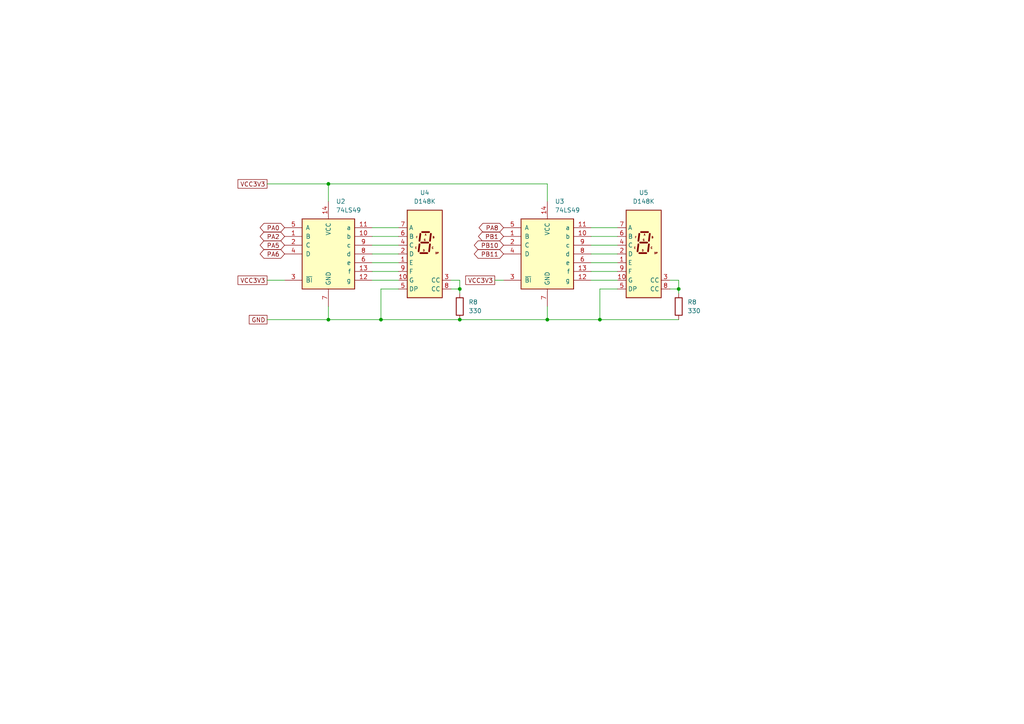
<source format=kicad_sch>
(kicad_sch (version 20230121) (generator eeschema)
  (paper "A4")
  (lib_symbols
    (symbol "74xx:74LS49" (pin_names (offset 1.016))
      (property "Reference" "U" (at -7.62 11.43 0))
      (property "Value" "74LS49" (at -7.62 -11.43 0))
      (symbol "74LS49_1_0"
        (pin input line (at -12.7 5.08 0) (length 5.08) (name "B") (number "1"))
        (pin open_collector line (at 12.7 5.08 180) (length 5.08) (name "b") (number "10"))
        (pin open_collector line (at 12.7 7.62 180) (length 5.08) (name "a") (number "11"))
        (pin open_collector line (at 12.7 -7.62 180) (length 5.08) (name "g") (number "12"))
        (pin open_collector line (at 12.7 -5.08 180) (length 5.08) (name "f") (number "13"))
        (pin power_in line (at 0 15.24 270) (length 5.08) (name "VCC") (number "14"))
        (pin input line (at -12.7 2.54 0) (length 5.08) (name "C") (number "2"))
        (pin input line (at -12.7 -7.62 0) (length 5.08) (name "~{BI}") (number "3"))
        (pin input line (at -12.7 0 0) (length 5.08) (name "D") (number "4"))
        (pin input line (at -12.7 7.62 0) (length 5.08) (name "A") (number "5"))
        (pin open_collector line (at 12.7 -2.54 180) (length 5.08) (name "e") (number "6"))
        (pin power_in line (at 0 -15.24 90) (length 5.08) (name "GND") (number "7"))
        (pin open_collector line (at 12.7 0 180) (length 5.08) (name "d") (number "8"))
        (pin open_collector line (at 12.7 2.54 180) (length 5.08) (name "c") (number "9"))
      )
      (symbol "74LS49_1_1"
        (rectangle (start -7.62 10.16) (end 7.62 -10.16) (stroke (width 0.254)) (fill (type background)))
      )
    )
    (symbol "Device:R" (pin_numbers hide) (pin_names (offset 0))
      (property "Reference" "R" (at 2.032 0 90))
      (property "Value" "R" (at 0 0 90))
      (symbol "R_0_1"
        (rectangle (start -1.016 -2.54) (end 1.016 2.54) (stroke (width 0.254)))
      )
      (symbol "R_1_1"
        (pin passive line (at 0 3.81 270) (length 1.27) (name "~") (number "1"))
        (pin passive line (at 0 -3.81 90) (length 1.27) (name "~") (number "2"))
      )
    )
    (symbol "Display_Character:D148K"
      (property "Reference" "U" (at -2.54 13.97 0))
      (property "Value" "D148K" (at 1.27 13.97 0))
      (symbol "D148K_0_0"
        (text "A" (at 0.254 5.588 0) (effects (font (size 0.508 0.508))))
        (text "B" (at 2.54 4.826 0) (effects (font (size 0.508 0.508))))
        (text "C" (at 2.286 1.778 0) (effects (font (size 0.508 0.508))))
        (text "D" (at -0.254 1.016 0) (effects (font (size 0.508 0.508))))
        (text "DP" (at 3.556 0.254 0) (effects (font (size 0.508 0.508))))
        (text "E" (at -2.54 1.778 0) (effects (font (size 0.508 0.508))))
        (text "F" (at -2.286 4.826 0) (effects (font (size 0.508 0.508))))
        (text "G" (at 0 4.064 0) (effects (font (size 0.508 0.508))))
      )
      (symbol "D148K_0_1"
        (rectangle (start -5.08 12.7) (end 5.08 -12.7) (stroke (width 0.254)) (fill (type background)))
        (polyline (pts (xy -1.524 2.794) (xy -1.778 0.762)) (stroke (width 0.508)))
        (polyline (pts (xy -1.27 0.254) (xy 0.762 0.254)) (stroke (width 0.508)))
        (polyline (pts (xy -1.27 5.842) (xy -1.524 3.81)) (stroke (width 0.508)))
        (polyline (pts (xy -1.016 3.302) (xy 1.016 3.302)) (stroke (width 0.508)))
        (polyline (pts (xy -0.762 6.35) (xy 1.27 6.35)) (stroke (width 0.508)))
        (polyline (pts (xy 1.524 2.794) (xy 1.27 0.762)) (stroke (width 0.508)))
        (polyline (pts (xy 1.778 5.842) (xy 1.524 3.81)) (stroke (width 0.508)))
        (polyline (pts (xy 2.54 0.254) (xy 2.54 0.254)) (stroke (width 0.508)))
      )
      (symbol "D148K_1_1"
        (pin input line (at -7.62 -2.54 0) (length 2.54) (name "E") (number "1"))
        (pin input line (at -7.62 -7.62 0) (length 2.54) (name "G") (number "10"))
        (pin input line (at -7.62 0 0) (length 2.54) (name "D") (number "2"))
        (pin input line (at 7.62 -7.62 180) (length 2.54) (name "CC") (number "3"))
        (pin input line (at -7.62 2.54 0) (length 2.54) (name "C") (number "4"))
        (pin input line (at -7.62 -10.16 0) (length 2.54) (name "DP") (number "5"))
        (pin input line (at -7.62 5.08 0) (length 2.54) (name "B") (number "6"))
        (pin input line (at -7.62 7.62 0) (length 2.54) (name "A") (number "7"))
        (pin input line (at 7.62 -10.16 180) (length 2.54) (name "CC") (number "8"))
        (pin input line (at -7.62 -5.08 0) (length 2.54) (name "F") (number "9"))
      )
    )
  )
  (junction (at 95.25 92.71))
  (junction (at 110.49 92.71))
  (junction (at 133.35 92.71))
  (junction (at 173.99 92.71))
  (junction (at 95.25 53.34))
  (junction (at 158.75 92.71))
  (junction (at 133.35 83.82))
  (junction (at 196.85 83.82))
  (wire (pts (xy 194.31 81.28) (xy 196.85 81.28)))
  (wire (pts (xy 95.25 92.71) (xy 110.49 92.71)))
  (wire (pts (xy 110.49 92.71) (xy 133.35 92.71)))
  (wire (pts (xy 107.95 78.74) (xy 115.57 78.74)))
  (wire (pts (xy 171.45 71.12) (xy 179.07 71.12)))
  (wire (pts (xy 107.95 66.04) (xy 115.57 66.04)))
  (wire (pts (xy 158.75 88.9) (xy 158.75 92.71)))
  (wire (pts (xy 95.25 53.34) (xy 95.25 58.42)))
  (wire (pts (xy 171.45 68.58) (xy 179.07 68.58)))
  (wire (pts (xy 179.07 83.82) (xy 173.99 83.82)))
  (wire (pts (xy 133.35 81.28) (xy 133.35 83.82)))
  (wire (pts (xy 133.35 83.82) (xy 133.35 85.09)))
  (wire (pts (xy 158.75 92.71) (xy 173.99 92.71)))
  (wire (pts (xy 196.85 81.28) (xy 196.85 83.82)))
  (wire (pts (xy 171.45 81.28) (xy 179.07 81.28)))
  (wire (pts (xy 171.45 76.2) (xy 179.07 76.2)))
  (wire (pts (xy 107.95 73.66) (xy 115.57 73.66)))
  (wire (pts (xy 171.45 66.04) (xy 179.07 66.04)))
  (wire (pts (xy 173.99 83.82) (xy 173.99 92.71)))
  (wire (pts (xy 196.85 92.71) (xy 173.99 92.71)))
  (wire (pts (xy 107.95 76.2) (xy 115.57 76.2)))
  (wire (pts (xy 107.95 81.28) (xy 115.57 81.28)))
  (wire (pts (xy 130.81 83.82) (xy 133.35 83.82)))
  (wire (pts (xy 107.95 68.58) (xy 115.57 68.58)))
  (wire (pts (xy 194.31 83.82) (xy 196.85 83.82)))
  (wire (pts (xy 110.49 83.82) (xy 110.49 92.71)))
  (wire (pts (xy 158.75 58.42) (xy 158.75 53.34)))
  (wire (pts (xy 130.81 81.28) (xy 133.35 81.28)))
  (wire (pts (xy 196.85 83.82) (xy 196.85 85.09)))
  (wire (pts (xy 95.25 88.9) (xy 95.25 92.71)))
  (wire (pts (xy 107.95 71.12) (xy 115.57 71.12)))
  (wire (pts (xy 115.57 83.82) (xy 110.49 83.82)))
  (wire (pts (xy 143.51 81.28) (xy 146.05 81.28)))
  (wire (pts (xy 171.45 78.74) (xy 179.07 78.74)))
  (wire (pts (xy 95.25 92.71) (xy 77.47 92.71)))
  (wire (pts (xy 171.45 73.66) (xy 179.07 73.66)))
  (wire (pts (xy 133.35 92.71) (xy 158.75 92.71)))
  (wire (pts (xy 77.47 53.34) (xy 95.25 53.34)))
  (wire (pts (xy 158.75 53.34) (xy 95.25 53.34)))
  (wire (pts (xy 77.47 81.28) (xy 82.55 81.28)))
  (global_label "PA8" (shape bidirectional) (at 146.05 66.04 180) (property "Intersheetrefs" "${INTERSHEET_REFS}" (effects hide)))
  (global_label "VCC3V3" (shape passive) (at 143.51 81.28 180) (property "Intersheetrefs" "${INTERSHEET_REFS}" (effects hide)))
  (global_label "PA6" (shape bidirectional) (at 82.55 73.66 180) (property "Intersheetrefs" "${INTERSHEET_REFS}" (effects hide)))
  (global_label "PB10" (shape bidirectional) (at 146.05 71.12 180) (property "Intersheetrefs" "${INTERSHEET_REFS}" (effects hide)))
  (global_label "PB1" (shape bidirectional) (at 146.05 68.58 180) (property "Intersheetrefs" "${INTERSHEET_REFS}" (effects hide)))
  (global_label "VCC3V3" (shape passive) (at 77.47 81.28 180) (property "Intersheetrefs" "${INTERSHEET_REFS}" (effects hide)))
  (global_label "GND" (shape passive) (at 77.47 92.71 180) (property "Intersheetrefs" "${INTERSHEET_REFS}" (effects hide)))
  (global_label "PA2" (shape bidirectional) (at 82.55 68.58 180) (property "Intersheetrefs" "${INTERSHEET_REFS}" (effects hide)))
  (global_label "PB11" (shape bidirectional) (at 146.05 73.66 180) (property "Intersheetrefs" "${INTERSHEET_REFS}" (effects hide)))
  (global_label "PA0" (shape bidirectional) (at 82.55 66.04 180) (property "Intersheetrefs" "${INTERSHEET_REFS}" (effects hide)))
  (global_label "PA5" (shape bidirectional) (at 82.55 71.12 180) (property "Intersheetrefs" "${INTERSHEET_REFS}" (effects hide)))
  (global_label "VCC3V3" (shape passive) (at 77.47 53.34 180) (property "Intersheetrefs" "${INTERSHEET_REFS}" (effects hide)))
  (symbol (lib_id "Device:R") (at 196.85 88.9 0) (unit 1)
    (property "Reference" "R8" (at 199.39 87.63 0) (effects (justify left)))
    (property "Value" "330" (at 199.39 90.17 0) (effects (justify left)))
    (property "Footprint" "Resistor_SMD:R_0603_1608Metric_Pad0.98x0.95mm_HandSolder" (effects hide))
    (instances (project "Dev_IO_Board" (path "" (reference "R8") (unit 1)) (path "" (reference "R29") (unit 1))))
  )
  (symbol (lib_id "Device:R") (at 133.35 88.9 0) (unit 1)
    (property "Reference" "R8" (at 135.89 87.63 0) (effects (justify left)))
    (property "Value" "330" (at 135.89 90.17 0) (effects (justify left)))
    (property "Footprint" "Resistor_SMD:R_0603_1608Metric_Pad0.98x0.95mm_HandSolder" (effects hide))
    (instances (project "Dev_IO_Board" (path "" (reference "R8") (unit 1)) (path "" (reference "R28") (unit 1))))
  )
  (symbol (lib_id "74xx:74LS49") (at 95.25 73.66 0) (unit 1)
    (property "Reference" "U2" (at 97.4441 58.42 0) (effects (justify left)))
    (property "Value" "74LS49" (at 97.4441 60.96 0) (effects (justify left)))
    (property "Footprint" "Package_DIP:DIP-14_W7.62mm_Socket" (effects hide))
    (property "Datasheet" "http://www.ti.com/lit/gpn/sn74ls47" (effects hide))
  )
  (symbol (lib_id "Display_Character:D148K") (at 186.69 73.66 0) (unit 1)
    (property "Reference" "U5" (at 186.69 55.88 0))
    (property "Value" "D148K" (at 186.69 58.42 0))
    (property "Footprint" "Display_7Segment:D1X8K" (effects hide))
    (property "Datasheet" "https://ia800903.us.archive.org/24/items/CTKD1x8K/Cromatek%20D168K.pdf" (effects hide))
  )
  (symbol (lib_id "74xx:74LS49") (at 158.75 73.66 0) (unit 1)
    (property "Reference" "U3" (at 160.9441 58.42 0) (effects (justify left)))
    (property "Value" "74LS49" (at 160.9441 60.96 0) (effects (justify left)))
    (property "Footprint" "Package_DIP:DIP-14_W7.62mm_Socket" (effects hide))
    (property "Datasheet" "http://www.ti.com/lit/gpn/sn74ls47" (effects hide))
  )
  (symbol (lib_id "Display_Character:D148K") (at 123.19 73.66 0) (unit 1)
    (property "Reference" "U4" (at 123.19 55.88 0))
    (property "Value" "D148K" (at 123.19 58.42 0))
    (property "Footprint" "Display_7Segment:D1X8K" (effects hide))
    (property "Datasheet" "https://ia800903.us.archive.org/24/items/CTKD1x8K/Cromatek%20D168K.pdf" (effects hide))
  )
)
</source>
